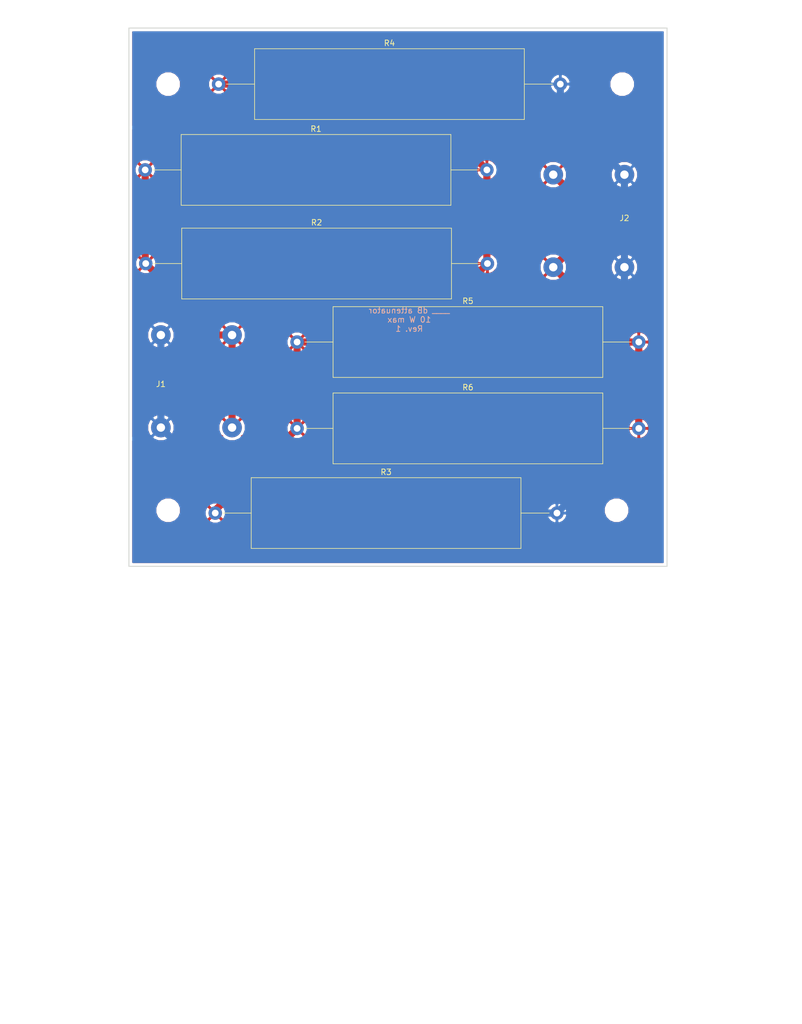
<source format=kicad_pcb>
(kicad_pcb (version 20171130) (host pcbnew 5.0.0)

  (general
    (thickness 1.6)
    (drawings 6)
    (tracks 29)
    (zones 0)
    (modules 12)
    (nets 5)
  )

  (page USLetter)
  (title_block
    (title "Project Title")
  )

  (layers
    (0 F.Cu signal)
    (31 B.Cu signal)
    (34 B.Paste user)
    (35 F.Paste user)
    (36 B.SilkS user)
    (37 F.SilkS user)
    (38 B.Mask user)
    (39 F.Mask user)
    (40 Dwgs.User user)
    (44 Edge.Cuts user)
    (46 B.CrtYd user)
    (47 F.CrtYd user)
    (48 B.Fab user)
    (49 F.Fab user)
  )

  (setup
    (last_trace_width 0.1524)
    (user_trace_width 0.1524)
    (user_trace_width 0.254)
    (user_trace_width 0.3302)
    (user_trace_width 0.508)
    (user_trace_width 0.762)
    (user_trace_width 1.27)
    (trace_clearance 0.1524)
    (zone_clearance 0.508)
    (zone_45_only no)
    (trace_min 0.1524)
    (segment_width 0.1524)
    (edge_width 0.1524)
    (via_size 0.6858)
    (via_drill 0.3302)
    (via_min_size 0.6858)
    (via_min_drill 0.3302)
    (user_via 0.6858 0.3302)
    (user_via 0.762 0.4064)
    (user_via 0.8636 0.508)
    (uvia_size 0.6858)
    (uvia_drill 0.3302)
    (uvias_allowed no)
    (uvia_min_size 0)
    (uvia_min_drill 0)
    (pcb_text_width 0.1524)
    (pcb_text_size 1.016 1.016)
    (mod_edge_width 0.1524)
    (mod_text_size 1.016 1.016)
    (mod_text_width 0.1524)
    (pad_size 1.524 1.524)
    (pad_drill 0.762)
    (pad_to_mask_clearance 0.0508)
    (solder_mask_min_width 0.1016)
    (pad_to_paste_clearance -0.0762)
    (aux_axis_origin 0 0)
    (visible_elements FFFEDF7D)
    (pcbplotparams
      (layerselection 0x310fc_ffffffff)
      (usegerberextensions true)
      (usegerberattributes false)
      (usegerberadvancedattributes false)
      (creategerberjobfile false)
      (excludeedgelayer true)
      (linewidth 0.100000)
      (plotframeref false)
      (viasonmask false)
      (mode 1)
      (useauxorigin false)
      (hpglpennumber 1)
      (hpglpenspeed 20)
      (hpglpendiameter 15.000000)
      (psnegative false)
      (psa4output false)
      (plotreference true)
      (plotvalue true)
      (plotinvisibletext false)
      (padsonsilk false)
      (subtractmaskfromsilk false)
      (outputformat 1)
      (mirror false)
      (drillshape 0)
      (scaleselection 1)
      (outputdirectory "attenuator-gerbers"))
  )

  (net 0 "")
  (net 1 GND)
  (net 2 /IN)
  (net 3 /OUT)
  (net 4 /ATTEN)

  (net_class Default "This is the default net class."
    (clearance 0.1524)
    (trace_width 0.1524)
    (via_dia 0.6858)
    (via_drill 0.3302)
    (uvia_dia 0.6858)
    (uvia_drill 0.3302)
    (add_net /ATTEN)
    (add_net /IN)
    (add_net /OUT)
    (add_net GND)
  )

  (module Mounting_Holes:MountingHole_3.2mm_M3 (layer F.Cu) (tedit 5BB0F1D1) (tstamp 5BB0FBAA)
    (at 130 101)
    (descr "Mounting Hole 3.2mm, no annular, M3")
    (tags "mounting hole 3.2mm no annular m3")
    (path /5BB0F98E)
    (attr virtual)
    (fp_text reference MH4 (at 0 -4.2) (layer F.SilkS) hide
      (effects (font (size 1 1) (thickness 0.15)))
    )
    (fp_text value MountingHole (at 0 4.2) (layer F.Fab)
      (effects (font (size 1 1) (thickness 0.15)))
    )
    (fp_text user %R (at 0.3 0) (layer F.Fab)
      (effects (font (size 1 1) (thickness 0.15)))
    )
    (fp_circle (center 0 0) (end 3.2 0) (layer Cmts.User) (width 0.15))
    (fp_circle (center 0 0) (end 3.45 0) (layer F.CrtYd) (width 0.05))
    (pad 1 np_thru_hole circle (at 0 0) (size 3.2 3.2) (drill 3.2) (layers *.Cu *.Mask))
  )

  (module Mounting_Holes:MountingHole_3.2mm_M3 (layer F.Cu) (tedit 5BB0F1D7) (tstamp 5BB0FBA2)
    (at 131 25)
    (descr "Mounting Hole 3.2mm, no annular, M3")
    (tags "mounting hole 3.2mm no annular m3")
    (path /5BB0F952)
    (attr virtual)
    (fp_text reference MH3 (at 0 -4.2) (layer F.SilkS) hide
      (effects (font (size 1 1) (thickness 0.15)))
    )
    (fp_text value MountingHole (at 0 4.2) (layer F.Fab)
      (effects (font (size 1 1) (thickness 0.15)))
    )
    (fp_circle (center 0 0) (end 3.45 0) (layer F.CrtYd) (width 0.05))
    (fp_circle (center 0 0) (end 3.2 0) (layer Cmts.User) (width 0.15))
    (fp_text user %R (at 0.3 0) (layer F.Fab)
      (effects (font (size 1 1) (thickness 0.15)))
    )
    (pad 1 np_thru_hole circle (at 0 0) (size 3.2 3.2) (drill 3.2) (layers *.Cu *.Mask))
  )

  (module Mounting_Holes:MountingHole_3.2mm_M3 (layer F.Cu) (tedit 5BB0F1DD) (tstamp 5BB0FB9A)
    (at 50 101)
    (descr "Mounting Hole 3.2mm, no annular, M3")
    (tags "mounting hole 3.2mm no annular m3")
    (path /5BB0F918)
    (attr virtual)
    (fp_text reference MH2 (at 0 -4.2) (layer F.SilkS) hide
      (effects (font (size 1 1) (thickness 0.15)))
    )
    (fp_text value MountingHole (at 0 4.2) (layer F.Fab)
      (effects (font (size 1 1) (thickness 0.15)))
    )
    (fp_text user %R (at 0.3 0) (layer F.Fab)
      (effects (font (size 1 1) (thickness 0.15)))
    )
    (fp_circle (center 0 0) (end 3.2 0) (layer Cmts.User) (width 0.15))
    (fp_circle (center 0 0) (end 3.45 0) (layer F.CrtYd) (width 0.05))
    (pad 1 np_thru_hole circle (at 0 0) (size 3.2 3.2) (drill 3.2) (layers *.Cu *.Mask))
  )

  (module Mounting_Holes:MountingHole_3.2mm_M3 (layer F.Cu) (tedit 5BB0F1E3) (tstamp 5BB0FB92)
    (at 50 25)
    (descr "Mounting Hole 3.2mm, no annular, M3")
    (tags "mounting hole 3.2mm no annular m3")
    (path /5BB0F88A)
    (attr virtual)
    (fp_text reference MH1 (at 0 -4.2) (layer F.SilkS) hide
      (effects (font (size 1 1) (thickness 0.15)))
    )
    (fp_text value MountingHole (at 0 4.2) (layer F.Fab)
      (effects (font (size 1 1) (thickness 0.15)))
    )
    (fp_circle (center 0 0) (end 3.45 0) (layer F.CrtYd) (width 0.05))
    (fp_circle (center 0 0) (end 3.2 0) (layer Cmts.User) (width 0.15))
    (fp_text user %R (at 0.3 0) (layer F.Fab)
      (effects (font (size 1 1) (thickness 0.15)))
    )
    (pad 1 np_thru_hole circle (at 0 0) (size 3.2 3.2) (drill 3.2) (layers *.Cu *.Mask))
  )

  (module Resistors_ThroughHole:R_Axial_Power_L48.0mm_W12.5mm_P60.96mm (layer F.Cu) (tedit 5874F706) (tstamp 5BB0FD3C)
    (at 73 86.4)
    (descr "Resistor, Axial_Power series, Axial, Horizontal, pin pitch=60.96mm, 15W, length*diameter=48*12.5mm^2, http://cdn-reichelt.de/documents/datenblatt/B400/5WAXIAL_9WAXIAL_11WAXIAL_17WAXIAL%23YAG.pdf")
    (tags "Resistor Axial_Power series Axial Horizontal pin pitch 60.96mm 15W length 48mm diameter 12.5mm")
    (path /5BB0DD9F)
    (fp_text reference R6 (at 30.48 -7.31) (layer F.SilkS)
      (effects (font (size 1 1) (thickness 0.15)))
    )
    (fp_text value TBD (at 30.48 7.31) (layer F.Fab)
      (effects (font (size 1 1) (thickness 0.15)))
    )
    (fp_line (start 6.48 -6.25) (end 6.48 6.25) (layer F.Fab) (width 0.1))
    (fp_line (start 6.48 6.25) (end 54.48 6.25) (layer F.Fab) (width 0.1))
    (fp_line (start 54.48 6.25) (end 54.48 -6.25) (layer F.Fab) (width 0.1))
    (fp_line (start 54.48 -6.25) (end 6.48 -6.25) (layer F.Fab) (width 0.1))
    (fp_line (start 0 0) (end 6.48 0) (layer F.Fab) (width 0.1))
    (fp_line (start 60.96 0) (end 54.48 0) (layer F.Fab) (width 0.1))
    (fp_line (start 6.42 -6.31) (end 6.42 6.31) (layer F.SilkS) (width 0.12))
    (fp_line (start 6.42 6.31) (end 54.54 6.31) (layer F.SilkS) (width 0.12))
    (fp_line (start 54.54 6.31) (end 54.54 -6.31) (layer F.SilkS) (width 0.12))
    (fp_line (start 54.54 -6.31) (end 6.42 -6.31) (layer F.SilkS) (width 0.12))
    (fp_line (start 1.38 0) (end 6.42 0) (layer F.SilkS) (width 0.12))
    (fp_line (start 59.58 0) (end 54.54 0) (layer F.SilkS) (width 0.12))
    (fp_line (start -1.45 -6.6) (end -1.45 6.6) (layer F.CrtYd) (width 0.05))
    (fp_line (start -1.45 6.6) (end 62.45 6.6) (layer F.CrtYd) (width 0.05))
    (fp_line (start 62.45 6.6) (end 62.45 -6.6) (layer F.CrtYd) (width 0.05))
    (fp_line (start 62.45 -6.6) (end -1.45 -6.6) (layer F.CrtYd) (width 0.05))
    (pad 1 thru_hole circle (at 0 0) (size 2.4 2.4) (drill 1.2) (layers *.Cu *.Mask)
      (net 4 /ATTEN))
    (pad 2 thru_hole oval (at 60.96 0) (size 2.4 2.4) (drill 1.2) (layers *.Cu *.Mask)
      (net 3 /OUT))
    (model ${KISYS3DMOD}/Resistors_THT.3dshapes/R_Axial_Power_L48.0mm_W12.5mm_P60.96mm.wrl
      (at (xyz 0 0 0))
      (scale (xyz 0.393701 0.393701 0.393701))
      (rotate (xyz 0 0 0))
    )
  )

  (module Resistors_ThroughHole:R_Axial_Power_L48.0mm_W12.5mm_P60.96mm (layer F.Cu) (tedit 5874F706) (tstamp 5BB0EFA4)
    (at 73 71)
    (descr "Resistor, Axial_Power series, Axial, Horizontal, pin pitch=60.96mm, 15W, length*diameter=48*12.5mm^2, http://cdn-reichelt.de/documents/datenblatt/B400/5WAXIAL_9WAXIAL_11WAXIAL_17WAXIAL%23YAG.pdf")
    (tags "Resistor Axial_Power series Axial Horizontal pin pitch 60.96mm 15W length 48mm diameter 12.5mm")
    (path /5BB0DF35)
    (fp_text reference R5 (at 30.48 -7.31) (layer F.SilkS)
      (effects (font (size 1 1) (thickness 0.15)))
    )
    (fp_text value TBD (at 30.48 7.31) (layer F.Fab)
      (effects (font (size 1 1) (thickness 0.15)))
    )
    (fp_line (start 62.45 -6.6) (end -1.45 -6.6) (layer F.CrtYd) (width 0.05))
    (fp_line (start 62.45 6.6) (end 62.45 -6.6) (layer F.CrtYd) (width 0.05))
    (fp_line (start -1.45 6.6) (end 62.45 6.6) (layer F.CrtYd) (width 0.05))
    (fp_line (start -1.45 -6.6) (end -1.45 6.6) (layer F.CrtYd) (width 0.05))
    (fp_line (start 59.58 0) (end 54.54 0) (layer F.SilkS) (width 0.12))
    (fp_line (start 1.38 0) (end 6.42 0) (layer F.SilkS) (width 0.12))
    (fp_line (start 54.54 -6.31) (end 6.42 -6.31) (layer F.SilkS) (width 0.12))
    (fp_line (start 54.54 6.31) (end 54.54 -6.31) (layer F.SilkS) (width 0.12))
    (fp_line (start 6.42 6.31) (end 54.54 6.31) (layer F.SilkS) (width 0.12))
    (fp_line (start 6.42 -6.31) (end 6.42 6.31) (layer F.SilkS) (width 0.12))
    (fp_line (start 60.96 0) (end 54.48 0) (layer F.Fab) (width 0.1))
    (fp_line (start 0 0) (end 6.48 0) (layer F.Fab) (width 0.1))
    (fp_line (start 54.48 -6.25) (end 6.48 -6.25) (layer F.Fab) (width 0.1))
    (fp_line (start 54.48 6.25) (end 54.48 -6.25) (layer F.Fab) (width 0.1))
    (fp_line (start 6.48 6.25) (end 54.48 6.25) (layer F.Fab) (width 0.1))
    (fp_line (start 6.48 -6.25) (end 6.48 6.25) (layer F.Fab) (width 0.1))
    (pad 2 thru_hole oval (at 60.96 0) (size 2.4 2.4) (drill 1.2) (layers *.Cu *.Mask)
      (net 3 /OUT))
    (pad 1 thru_hole circle (at 0 0) (size 2.4 2.4) (drill 1.2) (layers *.Cu *.Mask)
      (net 4 /ATTEN))
    (model ${KISYS3DMOD}/Resistors_THT.3dshapes/R_Axial_Power_L48.0mm_W12.5mm_P60.96mm.wrl
      (at (xyz 0 0 0))
      (scale (xyz 0.393701 0.393701 0.393701))
      (rotate (xyz 0 0 0))
    )
  )

  (module Resistors_ThroughHole:R_Axial_Power_L48.0mm_W12.5mm_P60.96mm (layer F.Cu) (tedit 5874F706) (tstamp 5BB0EF8E)
    (at 59 25)
    (descr "Resistor, Axial_Power series, Axial, Horizontal, pin pitch=60.96mm, 15W, length*diameter=48*12.5mm^2, http://cdn-reichelt.de/documents/datenblatt/B400/5WAXIAL_9WAXIAL_11WAXIAL_17WAXIAL%23YAG.pdf")
    (tags "Resistor Axial_Power series Axial Horizontal pin pitch 60.96mm 15W length 48mm diameter 12.5mm")
    (path /5BB0DE02)
    (fp_text reference R4 (at 30.48 -7.31) (layer F.SilkS)
      (effects (font (size 1 1) (thickness 0.15)))
    )
    (fp_text value TBD (at 30.48 7.31) (layer F.Fab)
      (effects (font (size 1 1) (thickness 0.15)))
    )
    (fp_line (start 6.48 -6.25) (end 6.48 6.25) (layer F.Fab) (width 0.1))
    (fp_line (start 6.48 6.25) (end 54.48 6.25) (layer F.Fab) (width 0.1))
    (fp_line (start 54.48 6.25) (end 54.48 -6.25) (layer F.Fab) (width 0.1))
    (fp_line (start 54.48 -6.25) (end 6.48 -6.25) (layer F.Fab) (width 0.1))
    (fp_line (start 0 0) (end 6.48 0) (layer F.Fab) (width 0.1))
    (fp_line (start 60.96 0) (end 54.48 0) (layer F.Fab) (width 0.1))
    (fp_line (start 6.42 -6.31) (end 6.42 6.31) (layer F.SilkS) (width 0.12))
    (fp_line (start 6.42 6.31) (end 54.54 6.31) (layer F.SilkS) (width 0.12))
    (fp_line (start 54.54 6.31) (end 54.54 -6.31) (layer F.SilkS) (width 0.12))
    (fp_line (start 54.54 -6.31) (end 6.42 -6.31) (layer F.SilkS) (width 0.12))
    (fp_line (start 1.38 0) (end 6.42 0) (layer F.SilkS) (width 0.12))
    (fp_line (start 59.58 0) (end 54.54 0) (layer F.SilkS) (width 0.12))
    (fp_line (start -1.45 -6.6) (end -1.45 6.6) (layer F.CrtYd) (width 0.05))
    (fp_line (start -1.45 6.6) (end 62.45 6.6) (layer F.CrtYd) (width 0.05))
    (fp_line (start 62.45 6.6) (end 62.45 -6.6) (layer F.CrtYd) (width 0.05))
    (fp_line (start 62.45 -6.6) (end -1.45 -6.6) (layer F.CrtYd) (width 0.05))
    (pad 1 thru_hole circle (at 0 0) (size 2.4 2.4) (drill 1.2) (layers *.Cu *.Mask)
      (net 4 /ATTEN))
    (pad 2 thru_hole oval (at 60.96 0) (size 2.4 2.4) (drill 1.2) (layers *.Cu *.Mask)
      (net 1 GND))
    (model ${KISYS3DMOD}/Resistors_THT.3dshapes/R_Axial_Power_L48.0mm_W12.5mm_P60.96mm.wrl
      (at (xyz 0 0 0))
      (scale (xyz 0.393701 0.393701 0.393701))
      (rotate (xyz 0 0 0))
    )
  )

  (module Resistors_ThroughHole:R_Axial_Power_L48.0mm_W12.5mm_P60.96mm (layer F.Cu) (tedit 5874F706) (tstamp 5BB0EF78)
    (at 58.4 101.5)
    (descr "Resistor, Axial_Power series, Axial, Horizontal, pin pitch=60.96mm, 15W, length*diameter=48*12.5mm^2, http://cdn-reichelt.de/documents/datenblatt/B400/5WAXIAL_9WAXIAL_11WAXIAL_17WAXIAL%23YAG.pdf")
    (tags "Resistor Axial_Power series Axial Horizontal pin pitch 60.96mm 15W length 48mm diameter 12.5mm")
    (path /5BB0DDD3)
    (fp_text reference R3 (at 30.48 -7.31) (layer F.SilkS)
      (effects (font (size 1 1) (thickness 0.15)))
    )
    (fp_text value TBD (at 30.48 7.31) (layer F.Fab)
      (effects (font (size 1 1) (thickness 0.15)))
    )
    (fp_line (start 62.45 -6.6) (end -1.45 -6.6) (layer F.CrtYd) (width 0.05))
    (fp_line (start 62.45 6.6) (end 62.45 -6.6) (layer F.CrtYd) (width 0.05))
    (fp_line (start -1.45 6.6) (end 62.45 6.6) (layer F.CrtYd) (width 0.05))
    (fp_line (start -1.45 -6.6) (end -1.45 6.6) (layer F.CrtYd) (width 0.05))
    (fp_line (start 59.58 0) (end 54.54 0) (layer F.SilkS) (width 0.12))
    (fp_line (start 1.38 0) (end 6.42 0) (layer F.SilkS) (width 0.12))
    (fp_line (start 54.54 -6.31) (end 6.42 -6.31) (layer F.SilkS) (width 0.12))
    (fp_line (start 54.54 6.31) (end 54.54 -6.31) (layer F.SilkS) (width 0.12))
    (fp_line (start 6.42 6.31) (end 54.54 6.31) (layer F.SilkS) (width 0.12))
    (fp_line (start 6.42 -6.31) (end 6.42 6.31) (layer F.SilkS) (width 0.12))
    (fp_line (start 60.96 0) (end 54.48 0) (layer F.Fab) (width 0.1))
    (fp_line (start 0 0) (end 6.48 0) (layer F.Fab) (width 0.1))
    (fp_line (start 54.48 -6.25) (end 6.48 -6.25) (layer F.Fab) (width 0.1))
    (fp_line (start 54.48 6.25) (end 54.48 -6.25) (layer F.Fab) (width 0.1))
    (fp_line (start 6.48 6.25) (end 54.48 6.25) (layer F.Fab) (width 0.1))
    (fp_line (start 6.48 -6.25) (end 6.48 6.25) (layer F.Fab) (width 0.1))
    (pad 2 thru_hole oval (at 60.96 0) (size 2.4 2.4) (drill 1.2) (layers *.Cu *.Mask)
      (net 1 GND))
    (pad 1 thru_hole circle (at 0 0) (size 2.4 2.4) (drill 1.2) (layers *.Cu *.Mask)
      (net 4 /ATTEN))
    (model ${KISYS3DMOD}/Resistors_THT.3dshapes/R_Axial_Power_L48.0mm_W12.5mm_P60.96mm.wrl
      (at (xyz 0 0 0))
      (scale (xyz 0.393701 0.393701 0.393701))
      (rotate (xyz 0 0 0))
    )
  )

  (module Resistors_ThroughHole:R_Axial_Power_L48.0mm_W12.5mm_P60.96mm (layer F.Cu) (tedit 5874F706) (tstamp 5BB0EF62)
    (at 46 57)
    (descr "Resistor, Axial_Power series, Axial, Horizontal, pin pitch=60.96mm, 15W, length*diameter=48*12.5mm^2, http://cdn-reichelt.de/documents/datenblatt/B400/5WAXIAL_9WAXIAL_11WAXIAL_17WAXIAL%23YAG.pdf")
    (tags "Resistor Axial_Power series Axial Horizontal pin pitch 60.96mm 15W length 48mm diameter 12.5mm")
    (path /5BB0D85D)
    (fp_text reference R2 (at 30.48 -7.31) (layer F.SilkS)
      (effects (font (size 1 1) (thickness 0.15)))
    )
    (fp_text value TBD (at 30.48 7.31) (layer F.Fab)
      (effects (font (size 1 1) (thickness 0.15)))
    )
    (fp_line (start 6.48 -6.25) (end 6.48 6.25) (layer F.Fab) (width 0.1))
    (fp_line (start 6.48 6.25) (end 54.48 6.25) (layer F.Fab) (width 0.1))
    (fp_line (start 54.48 6.25) (end 54.48 -6.25) (layer F.Fab) (width 0.1))
    (fp_line (start 54.48 -6.25) (end 6.48 -6.25) (layer F.Fab) (width 0.1))
    (fp_line (start 0 0) (end 6.48 0) (layer F.Fab) (width 0.1))
    (fp_line (start 60.96 0) (end 54.48 0) (layer F.Fab) (width 0.1))
    (fp_line (start 6.42 -6.31) (end 6.42 6.31) (layer F.SilkS) (width 0.12))
    (fp_line (start 6.42 6.31) (end 54.54 6.31) (layer F.SilkS) (width 0.12))
    (fp_line (start 54.54 6.31) (end 54.54 -6.31) (layer F.SilkS) (width 0.12))
    (fp_line (start 54.54 -6.31) (end 6.42 -6.31) (layer F.SilkS) (width 0.12))
    (fp_line (start 1.38 0) (end 6.42 0) (layer F.SilkS) (width 0.12))
    (fp_line (start 59.58 0) (end 54.54 0) (layer F.SilkS) (width 0.12))
    (fp_line (start -1.45 -6.6) (end -1.45 6.6) (layer F.CrtYd) (width 0.05))
    (fp_line (start -1.45 6.6) (end 62.45 6.6) (layer F.CrtYd) (width 0.05))
    (fp_line (start 62.45 6.6) (end 62.45 -6.6) (layer F.CrtYd) (width 0.05))
    (fp_line (start 62.45 -6.6) (end -1.45 -6.6) (layer F.CrtYd) (width 0.05))
    (pad 1 thru_hole circle (at 0 0) (size 2.4 2.4) (drill 1.2) (layers *.Cu *.Mask)
      (net 2 /IN))
    (pad 2 thru_hole oval (at 60.96 0) (size 2.4 2.4) (drill 1.2) (layers *.Cu *.Mask)
      (net 4 /ATTEN))
    (model ${KISYS3DMOD}/Resistors_THT.3dshapes/R_Axial_Power_L48.0mm_W12.5mm_P60.96mm.wrl
      (at (xyz 0 0 0))
      (scale (xyz 0.393701 0.393701 0.393701))
      (rotate (xyz 0 0 0))
    )
  )

  (module Resistors_ThroughHole:R_Axial_Power_L48.0mm_W12.5mm_P60.96mm (layer F.Cu) (tedit 5874F706) (tstamp 5BB0EF4C)
    (at 45.9 40.3)
    (descr "Resistor, Axial_Power series, Axial, Horizontal, pin pitch=60.96mm, 15W, length*diameter=48*12.5mm^2, http://cdn-reichelt.de/documents/datenblatt/B400/5WAXIAL_9WAXIAL_11WAXIAL_17WAXIAL%23YAG.pdf")
    (tags "Resistor Axial_Power series Axial Horizontal pin pitch 60.96mm 15W length 48mm diameter 12.5mm")
    (path /5BB0DE6A)
    (fp_text reference R1 (at 30.48 -7.31) (layer F.SilkS)
      (effects (font (size 1 1) (thickness 0.15)))
    )
    (fp_text value TBD (at 30.48 7.31) (layer F.Fab)
      (effects (font (size 1 1) (thickness 0.15)))
    )
    (fp_line (start 62.45 -6.6) (end -1.45 -6.6) (layer F.CrtYd) (width 0.05))
    (fp_line (start 62.45 6.6) (end 62.45 -6.6) (layer F.CrtYd) (width 0.05))
    (fp_line (start -1.45 6.6) (end 62.45 6.6) (layer F.CrtYd) (width 0.05))
    (fp_line (start -1.45 -6.6) (end -1.45 6.6) (layer F.CrtYd) (width 0.05))
    (fp_line (start 59.58 0) (end 54.54 0) (layer F.SilkS) (width 0.12))
    (fp_line (start 1.38 0) (end 6.42 0) (layer F.SilkS) (width 0.12))
    (fp_line (start 54.54 -6.31) (end 6.42 -6.31) (layer F.SilkS) (width 0.12))
    (fp_line (start 54.54 6.31) (end 54.54 -6.31) (layer F.SilkS) (width 0.12))
    (fp_line (start 6.42 6.31) (end 54.54 6.31) (layer F.SilkS) (width 0.12))
    (fp_line (start 6.42 -6.31) (end 6.42 6.31) (layer F.SilkS) (width 0.12))
    (fp_line (start 60.96 0) (end 54.48 0) (layer F.Fab) (width 0.1))
    (fp_line (start 0 0) (end 6.48 0) (layer F.Fab) (width 0.1))
    (fp_line (start 54.48 -6.25) (end 6.48 -6.25) (layer F.Fab) (width 0.1))
    (fp_line (start 54.48 6.25) (end 54.48 -6.25) (layer F.Fab) (width 0.1))
    (fp_line (start 6.48 6.25) (end 54.48 6.25) (layer F.Fab) (width 0.1))
    (fp_line (start 6.48 -6.25) (end 6.48 6.25) (layer F.Fab) (width 0.1))
    (pad 2 thru_hole oval (at 60.96 0) (size 2.4 2.4) (drill 1.2) (layers *.Cu *.Mask)
      (net 4 /ATTEN))
    (pad 1 thru_hole circle (at 0 0) (size 2.4 2.4) (drill 1.2) (layers *.Cu *.Mask)
      (net 2 /IN))
    (model ${KISYS3DMOD}/Resistors_THT.3dshapes/R_Axial_Power_L48.0mm_W12.5mm_P60.96mm.wrl
      (at (xyz 0 0 0))
      (scale (xyz 0.393701 0.393701 0.393701))
      (rotate (xyz 0 0 0))
    )
  )

  (module attenuator:NYS2162-U (layer F.Cu) (tedit 5BB0E9AC) (tstamp 5BB0EF36)
    (at 131.4 49.4 180)
    (path /5BB0F0FF)
    (fp_text reference J2 (at 0 0.5 180) (layer F.SilkS)
      (effects (font (size 1 1) (thickness 0.15)))
    )
    (fp_text value AudioJack2_Ground (at 0 -0.5 180) (layer F.Fab)
      (effects (font (size 1 1) (thickness 0.15)))
    )
    (fp_line (start -4 -10) (end -4 10) (layer F.Fab) (width 0.15))
    (fp_line (start -4.2 -10.2) (end 20.7 -10.2) (layer F.CrtYd) (width 0.15))
    (fp_line (start 20.7 -10.2) (end 20.7 10.2) (layer F.CrtYd) (width 0.15))
    (fp_line (start 20.7 10.2) (end -4.2 10.2) (layer F.CrtYd) (width 0.15))
    (fp_line (start -4.2 10.2) (end -4.2 -10.2) (layer F.CrtYd) (width 0.15))
    (fp_line (start -4 -8.3) (end -12.5 -8.3) (layer F.Fab) (width 0.15))
    (fp_line (start -12.5 -8.3) (end -12.5 8.3) (layer F.Fab) (width 0.15))
    (fp_line (start -12.5 8.3) (end -4 8.3) (layer F.Fab) (width 0.15))
    (fp_line (start -4 10) (end 20.5 10) (layer F.Fab) (width 0.15))
    (fp_line (start 20.5 10) (end 20.5 -10) (layer F.Fab) (width 0.15))
    (fp_line (start 20.5 -10) (end -4 -10) (layer F.Fab) (width 0.15))
    (pad T thru_hole circle (at 12.7 8.25 180) (size 3.5 3.5) (drill 1.5) (layers *.Cu *.Mask)
      (net 3 /OUT))
    (pad T thru_hole circle (at 12.7 -8.25 180) (size 3.5 3.5) (drill 1.5) (layers *.Cu *.Mask)
      (net 3 /OUT))
    (pad S thru_hole circle (at 0 -8.25 180) (size 3.5 3.5) (drill 1.5) (layers *.Cu *.Mask)
      (net 1 GND))
    (pad S thru_hole circle (at 0 8.25 180) (size 3.5 3.5) (drill 1.5) (layers *.Cu *.Mask)
      (net 1 GND))
  )

  (module attenuator:NYS2162-U (layer F.Cu) (tedit 5BB0E9AC) (tstamp 5BB0EF23)
    (at 48.7 78)
    (path /5BB0EAA3)
    (fp_text reference J1 (at 0 0.5) (layer F.SilkS)
      (effects (font (size 1 1) (thickness 0.15)))
    )
    (fp_text value AudioJack2_Ground (at 0 -0.5) (layer F.Fab)
      (effects (font (size 1 1) (thickness 0.15)))
    )
    (fp_line (start 20.5 -10) (end -4 -10) (layer F.Fab) (width 0.15))
    (fp_line (start 20.5 10) (end 20.5 -10) (layer F.Fab) (width 0.15))
    (fp_line (start -4 10) (end 20.5 10) (layer F.Fab) (width 0.15))
    (fp_line (start -12.5 8.3) (end -4 8.3) (layer F.Fab) (width 0.15))
    (fp_line (start -12.5 -8.3) (end -12.5 8.3) (layer F.Fab) (width 0.15))
    (fp_line (start -4 -8.3) (end -12.5 -8.3) (layer F.Fab) (width 0.15))
    (fp_line (start -4.2 10.2) (end -4.2 -10.2) (layer F.CrtYd) (width 0.15))
    (fp_line (start 20.7 10.2) (end -4.2 10.2) (layer F.CrtYd) (width 0.15))
    (fp_line (start 20.7 -10.2) (end 20.7 10.2) (layer F.CrtYd) (width 0.15))
    (fp_line (start -4.2 -10.2) (end 20.7 -10.2) (layer F.CrtYd) (width 0.15))
    (fp_line (start -4 -10) (end -4 10) (layer F.Fab) (width 0.15))
    (pad S thru_hole circle (at 0 8.25) (size 3.5 3.5) (drill 1.5) (layers *.Cu *.Mask)
      (net 1 GND))
    (pad S thru_hole circle (at 0 -8.25) (size 3.5 3.5) (drill 1.5) (layers *.Cu *.Mask)
      (net 1 GND))
    (pad T thru_hole circle (at 12.7 -8.25) (size 3.5 3.5) (drill 1.5) (layers *.Cu *.Mask)
      (net 2 /IN))
    (pad T thru_hole circle (at 12.7 8.25) (size 3.5 3.5) (drill 1.5) (layers *.Cu *.Mask)
      (net 2 /IN))
  )

  (gr_text "____ dB attenuator\n10 W max\nRev. 1" (at 93 67) (layer B.SilkS)
    (effects (font (size 1.016 1.016) (thickness 0.1524)) (justify mirror))
  )
  (gr_line (start 43 111) (end 43 15) (layer Edge.Cuts) (width 0.1524))
  (gr_line (start 139 111) (end 43 111) (layer Edge.Cuts) (width 0.1524))
  (gr_line (start 139 15) (end 139 111) (layer Edge.Cuts) (width 0.1524))
  (gr_line (start 43 15) (end 139 15) (layer Edge.Cuts) (width 0.1524))
  (gr_text "FABRICATION NOTES\n\n1. THIS IS A 2 LAYER BOARD. \n2. EXTERNAL LAYERS SHALL HAVE 1 OZ COPPER.\n3. MATERIAL: FR4 AND 0.062 INCH +/- 10% THICK.\n4. MANUFACTURE IN ACCORDANCE WITH IPC-6012 CLASS 2\n5. ROHS COMPLIANCE IS NOT REQUIRED.\n6. MASK: BOTH SIDES OF THE BOARD SHALL HAVE \n   SOLDER MASK (ANY COLOR) OVER BARE COPPER. \n7. SILK: BOTH SIDES OF THE BOARD SHALL HAVE \n   WHITE SILKSCREEN. DO NOT PLACE SILK OVER BARE COPPER.\n8. FINISH: HASL/ENIG.\n9. MINIMUM TRACE WIDTH - 0.006 INCH.\n   MINIMUM SPACE - 0.006 INCH.\n   MINIMUM HOLE DIA - 0.013 INCH. \n10. MAX HOLE PLACEMENT TOLERANCE OF +/- 0.003 INCH.\n11. MAX HOLE DIAMETER TOLERANCE OF +/- 0.003 INCH AFTER PLATING." (at 20 158) (layer Dwgs.User)
    (effects (font (size 2.54 2.54) (thickness 0.254)) (justify left))
  )

  (segment (start 48.7 69.75) (end 48.7 86.25) (width 1.27) (layer B.Cu) (net 1))
  (segment (start 63.95 101.5) (end 119.36 101.5) (width 1.27) (layer B.Cu) (net 1))
  (segment (start 48.7 86.25) (end 63.95 101.5) (width 1.27) (layer B.Cu) (net 1))
  (segment (start 131.4 55.175127) (end 131.4 41.15) (width 1.27) (layer B.Cu) (net 1))
  (segment (start 131.4 57.65) (end 131.4 55.175127) (width 1.27) (layer B.Cu) (net 1))
  (segment (start 131.4 89.46) (end 119.36 101.5) (width 1.27) (layer B.Cu) (net 1))
  (segment (start 131.4 57.65) (end 131.4 89.46) (width 1.27) (layer B.Cu) (net 1))
  (segment (start 119.96 29.71) (end 131.4 41.15) (width 1.27) (layer B.Cu) (net 1))
  (segment (start 119.96 25) (end 119.96 29.71) (width 1.27) (layer B.Cu) (net 1))
  (segment (start 45.9 56.9) (end 46 57) (width 1.27) (layer F.Cu) (net 2))
  (segment (start 45.9 40.3) (end 45.9 56.9) (width 1.27) (layer F.Cu) (net 2))
  (segment (start 58.75 69.75) (end 61.4 69.75) (width 1.27) (layer F.Cu) (net 2))
  (segment (start 46 57) (end 58.75 69.75) (width 1.27) (layer F.Cu) (net 2))
  (segment (start 61.4 69.75) (end 61.4 86.25) (width 1.27) (layer F.Cu) (net 2))
  (segment (start 133.96 86.4) (end 133.96 71) (width 1.27) (layer F.Cu) (net 3))
  (segment (start 132.05 71) (end 118.7 57.65) (width 1.27) (layer F.Cu) (net 3))
  (segment (start 133.96 71) (end 132.05 71) (width 1.27) (layer F.Cu) (net 3))
  (segment (start 120.449999 42.899999) (end 118.7 41.15) (width 1.27) (layer F.Cu) (net 3))
  (segment (start 120.449999 55.900001) (end 120.449999 42.899999) (width 1.27) (layer F.Cu) (net 3))
  (segment (start 118.7 57.65) (end 120.449999 55.900001) (width 1.27) (layer F.Cu) (net 3))
  (segment (start 92.96 71) (end 106.96 57) (width 1.27) (layer F.Cu) (net 4))
  (segment (start 73 71) (end 92.96 71) (width 1.27) (layer F.Cu) (net 4))
  (segment (start 73 71) (end 73 86.4) (width 1.27) (layer F.Cu) (net 4))
  (segment (start 58.4 101) (end 58.4 101.5) (width 1.27) (layer F.Cu) (net 4))
  (segment (start 73 86.4) (end 58.4 101) (width 1.27) (layer F.Cu) (net 4))
  (segment (start 106.86 56.9) (end 106.96 57) (width 1.27) (layer F.Cu) (net 4))
  (segment (start 106.86 40.3) (end 106.86 56.9) (width 1.27) (layer F.Cu) (net 4))
  (segment (start 91.56 25) (end 106.86 40.3) (width 1.27) (layer F.Cu) (net 4))
  (segment (start 59 25) (end 91.56 25) (width 1.27) (layer F.Cu) (net 4))

  (zone (net 3) (net_name /OUT) (layer F.Cu) (tstamp 5BB1038A) (hatch edge 0.508)
    (priority 1)
    (connect_pads (clearance 0.508))
    (min_thickness 0.254)
    (fill yes (arc_segments 16) (thermal_gap 0.508) (thermal_bridge_width 0.508))
    (polygon
      (pts
        (xy 109 37) (xy 141 37) (xy 141 94) (xy 109 94)
      )
    )
    (filled_polygon
      (pts
        (xy 138.288801 93.873) (xy 109.127 93.873) (xy 109.127 86.811805) (xy 132.171805 86.811805) (xy 132.404358 87.373258)
        (xy 132.895224 87.894492) (xy 133.548193 88.188203) (xy 133.833 88.071858) (xy 133.833 86.527) (xy 134.087 86.527)
        (xy 134.087 88.071858) (xy 134.371807 88.188203) (xy 135.024776 87.894492) (xy 135.515642 87.373258) (xy 135.748195 86.811805)
        (xy 135.631432 86.527) (xy 134.087 86.527) (xy 133.833 86.527) (xy 132.288568 86.527) (xy 132.171805 86.811805)
        (xy 109.127 86.811805) (xy 109.127 85.988195) (xy 132.171805 85.988195) (xy 132.288568 86.273) (xy 133.833 86.273)
        (xy 133.833 84.728142) (xy 134.087 84.728142) (xy 134.087 86.273) (xy 135.631432 86.273) (xy 135.748195 85.988195)
        (xy 135.515642 85.426742) (xy 135.024776 84.905508) (xy 134.371807 84.611797) (xy 134.087 84.728142) (xy 133.833 84.728142)
        (xy 133.548193 84.611797) (xy 132.895224 84.905508) (xy 132.404358 85.426742) (xy 132.171805 85.988195) (xy 109.127 85.988195)
        (xy 109.127 71.411805) (xy 132.171805 71.411805) (xy 132.404358 71.973258) (xy 132.895224 72.494492) (xy 133.548193 72.788203)
        (xy 133.833 72.671858) (xy 133.833 71.127) (xy 134.087 71.127) (xy 134.087 72.671858) (xy 134.371807 72.788203)
        (xy 135.024776 72.494492) (xy 135.515642 71.973258) (xy 135.748195 71.411805) (xy 135.631432 71.127) (xy 134.087 71.127)
        (xy 133.833 71.127) (xy 132.288568 71.127) (xy 132.171805 71.411805) (xy 109.127 71.411805) (xy 109.127 70.588195)
        (xy 132.171805 70.588195) (xy 132.288568 70.873) (xy 133.833 70.873) (xy 133.833 69.328142) (xy 134.087 69.328142)
        (xy 134.087 70.873) (xy 135.631432 70.873) (xy 135.748195 70.588195) (xy 135.515642 70.026742) (xy 135.024776 69.505508)
        (xy 134.371807 69.211797) (xy 134.087 69.328142) (xy 133.833 69.328142) (xy 133.548193 69.211797) (xy 132.895224 69.505508)
        (xy 132.404358 70.026742) (xy 132.171805 70.588195) (xy 109.127 70.588195) (xy 109.127 59.344528) (xy 117.185077 59.344528)
        (xy 117.375364 59.689271) (xy 118.256591 60.040956) (xy 119.205323 60.028641) (xy 120.024636 59.689271) (xy 120.214923 59.344528)
        (xy 118.7 57.829605) (xy 117.185077 59.344528) (xy 109.127 59.344528) (xy 109.127 57.206591) (xy 116.309044 57.206591)
        (xy 116.321359 58.155323) (xy 116.660729 58.974636) (xy 117.005472 59.164923) (xy 118.520395 57.65) (xy 118.879605 57.65)
        (xy 120.394528 59.164923) (xy 120.739271 58.974636) (xy 121.090956 58.093409) (xy 121.079043 57.175594) (xy 129.015 57.175594)
        (xy 129.015 58.124406) (xy 129.378095 59.000994) (xy 130.049006 59.671905) (xy 130.925594 60.035) (xy 131.874406 60.035)
        (xy 132.750994 59.671905) (xy 133.421905 59.000994) (xy 133.785 58.124406) (xy 133.785 57.175594) (xy 133.421905 56.299006)
        (xy 132.750994 55.628095) (xy 131.874406 55.265) (xy 130.925594 55.265) (xy 130.049006 55.628095) (xy 129.378095 56.299006)
        (xy 129.015 57.175594) (xy 121.079043 57.175594) (xy 121.078641 57.144677) (xy 120.739271 56.325364) (xy 120.394528 56.135077)
        (xy 118.879605 57.65) (xy 118.520395 57.65) (xy 117.005472 56.135077) (xy 116.660729 56.325364) (xy 116.309044 57.206591)
        (xy 109.127 57.206591) (xy 109.127 55.955472) (xy 117.185077 55.955472) (xy 118.7 57.470395) (xy 120.214923 55.955472)
        (xy 120.024636 55.610729) (xy 119.143409 55.259044) (xy 118.194677 55.271359) (xy 117.375364 55.610729) (xy 117.185077 55.955472)
        (xy 109.127 55.955472) (xy 109.127 42.844528) (xy 117.185077 42.844528) (xy 117.375364 43.189271) (xy 118.256591 43.540956)
        (xy 119.205323 43.528641) (xy 120.024636 43.189271) (xy 120.214923 42.844528) (xy 118.7 41.329605) (xy 117.185077 42.844528)
        (xy 109.127 42.844528) (xy 109.127 40.706591) (xy 116.309044 40.706591) (xy 116.321359 41.655323) (xy 116.660729 42.474636)
        (xy 117.005472 42.664923) (xy 118.520395 41.15) (xy 118.879605 41.15) (xy 120.394528 42.664923) (xy 120.739271 42.474636)
        (xy 121.090956 41.593409) (xy 121.079043 40.675594) (xy 129.015 40.675594) (xy 129.015 41.624406) (xy 129.378095 42.500994)
        (xy 130.049006 43.171905) (xy 130.925594 43.535) (xy 131.874406 43.535) (xy 132.750994 43.171905) (xy 133.421905 42.500994)
        (xy 133.785 41.624406) (xy 133.785 40.675594) (xy 133.421905 39.799006) (xy 132.750994 39.128095) (xy 131.874406 38.765)
        (xy 130.925594 38.765) (xy 130.049006 39.128095) (xy 129.378095 39.799006) (xy 129.015 40.675594) (xy 121.079043 40.675594)
        (xy 121.078641 40.644677) (xy 120.739271 39.825364) (xy 120.394528 39.635077) (xy 118.879605 41.15) (xy 118.520395 41.15)
        (xy 117.005472 39.635077) (xy 116.660729 39.825364) (xy 116.309044 40.706591) (xy 109.127 40.706591) (xy 109.127 39.455472)
        (xy 117.185077 39.455472) (xy 118.7 40.970395) (xy 120.214923 39.455472) (xy 120.024636 39.110729) (xy 119.143409 38.759044)
        (xy 118.194677 38.771359) (xy 117.375364 39.110729) (xy 117.185077 39.455472) (xy 109.127 39.455472) (xy 109.127 37.127)
        (xy 138.2888 37.127)
      )
    )
  )
  (zone (net 2) (net_name /IN) (layer F.Cu) (tstamp 5BB10387) (hatch edge 0.508)
    (priority 1)
    (connect_pads (clearance 0.508))
    (min_thickness 0.254)
    (fill yes (arc_segments 16) (thermal_gap 0.508) (thermal_bridge_width 0.508))
    (polygon
      (pts
        (xy 42 33) (xy 69 33) (xy 69 88) (xy 41 88)
      )
    )
    (filled_polygon
      (pts
        (xy 68.873 87.873) (xy 63.202608 87.873) (xy 63.09453 87.764922) (xy 63.439271 87.574636) (xy 63.790956 86.693409)
        (xy 63.778641 85.744677) (xy 63.439271 84.925364) (xy 63.094528 84.735077) (xy 61.579605 86.25) (xy 61.593748 86.264143)
        (xy 61.414143 86.443748) (xy 61.4 86.429605) (xy 61.385858 86.443748) (xy 61.206253 86.264143) (xy 61.220395 86.25)
        (xy 59.705472 84.735077) (xy 59.360729 84.925364) (xy 59.009044 85.806591) (xy 59.021359 86.755323) (xy 59.360729 87.574636)
        (xy 59.70547 87.764922) (xy 59.597392 87.873) (xy 50.449899 87.873) (xy 50.721905 87.600994) (xy 51.085 86.724406)
        (xy 51.085 85.775594) (xy 50.721905 84.899006) (xy 50.378371 84.555472) (xy 59.885077 84.555472) (xy 61.4 86.070395)
        (xy 62.914923 84.555472) (xy 62.724636 84.210729) (xy 61.843409 83.859044) (xy 60.894677 83.871359) (xy 60.075364 84.210729)
        (xy 59.885077 84.555472) (xy 50.378371 84.555472) (xy 50.050994 84.228095) (xy 49.174406 83.865) (xy 48.225594 83.865)
        (xy 47.349006 84.228095) (xy 46.678095 84.899006) (xy 46.315 85.775594) (xy 46.315 86.724406) (xy 46.678095 87.600994)
        (xy 46.950101 87.873) (xy 43.7112 87.873) (xy 43.7112 69.275594) (xy 46.315 69.275594) (xy 46.315 70.224406)
        (xy 46.678095 71.100994) (xy 47.349006 71.771905) (xy 48.225594 72.135) (xy 49.174406 72.135) (xy 50.050994 71.771905)
        (xy 50.378371 71.444528) (xy 59.885077 71.444528) (xy 60.075364 71.789271) (xy 60.956591 72.140956) (xy 61.905323 72.128641)
        (xy 62.724636 71.789271) (xy 62.914923 71.444528) (xy 61.4 69.929605) (xy 59.885077 71.444528) (xy 50.378371 71.444528)
        (xy 50.721905 71.100994) (xy 51.085 70.224406) (xy 51.085 69.306591) (xy 59.009044 69.306591) (xy 59.021359 70.255323)
        (xy 59.360729 71.074636) (xy 59.705472 71.264923) (xy 61.220395 69.75) (xy 61.579605 69.75) (xy 63.094528 71.264923)
        (xy 63.439271 71.074636) (xy 63.790956 70.193409) (xy 63.778641 69.244677) (xy 63.439271 68.425364) (xy 63.094528 68.235077)
        (xy 61.579605 69.75) (xy 61.220395 69.75) (xy 59.705472 68.235077) (xy 59.360729 68.425364) (xy 59.009044 69.306591)
        (xy 51.085 69.306591) (xy 51.085 69.275594) (xy 50.721905 68.399006) (xy 50.378371 68.055472) (xy 59.885077 68.055472)
        (xy 61.4 69.570395) (xy 62.914923 68.055472) (xy 62.724636 67.710729) (xy 61.843409 67.359044) (xy 60.894677 67.371359)
        (xy 60.075364 67.710729) (xy 59.885077 68.055472) (xy 50.378371 68.055472) (xy 50.050994 67.728095) (xy 49.174406 67.365)
        (xy 48.225594 67.365) (xy 47.349006 67.728095) (xy 46.678095 68.399006) (xy 46.315 69.275594) (xy 43.7112 69.275594)
        (xy 43.7112 58.297175) (xy 44.88243 58.297175) (xy 45.005565 58.584788) (xy 45.687734 58.844707) (xy 46.417443 58.823786)
        (xy 46.994435 58.584788) (xy 47.11757 58.297175) (xy 46 57.179605) (xy 44.88243 58.297175) (xy 43.7112 58.297175)
        (xy 43.7112 56.687734) (xy 44.155293 56.687734) (xy 44.176214 57.417443) (xy 44.415212 57.994435) (xy 44.702825 58.11757)
        (xy 45.820395 57) (xy 46.179605 57) (xy 47.297175 58.11757) (xy 47.584788 57.994435) (xy 47.844707 57.312266)
        (xy 47.823786 56.582557) (xy 47.584788 56.005565) (xy 47.297175 55.88243) (xy 46.179605 57) (xy 45.820395 57)
        (xy 44.702825 55.88243) (xy 44.415212 56.005565) (xy 44.155293 56.687734) (xy 43.7112 56.687734) (xy 43.7112 55.702825)
        (xy 44.88243 55.702825) (xy 46 56.820395) (xy 47.11757 55.702825) (xy 46.994435 55.415212) (xy 46.312266 55.155293)
        (xy 45.582557 55.176214) (xy 45.005565 55.415212) (xy 44.88243 55.702825) (xy 43.7112 55.702825) (xy 43.7112 41.597175)
        (xy 44.78243 41.597175) (xy 44.905565 41.884788) (xy 45.587734 42.144707) (xy 46.317443 42.123786) (xy 46.894435 41.884788)
        (xy 47.01757 41.597175) (xy 45.9 40.479605) (xy 44.78243 41.597175) (xy 43.7112 41.597175) (xy 43.7112 39.987734)
        (xy 44.055293 39.987734) (xy 44.076214 40.717443) (xy 44.315212 41.294435) (xy 44.602825 41.41757) (xy 45.720395 40.3)
        (xy 46.079605 40.3) (xy 47.197175 41.41757) (xy 47.484788 41.294435) (xy 47.744707 40.612266) (xy 47.723786 39.882557)
        (xy 47.484788 39.305565) (xy 47.197175 39.18243) (xy 46.079605 40.3) (xy 45.720395 40.3) (xy 44.602825 39.18243)
        (xy 44.315212 39.305565) (xy 44.055293 39.987734) (xy 43.7112 39.987734) (xy 43.7112 39.002825) (xy 44.78243 39.002825)
        (xy 45.9 40.120395) (xy 47.01757 39.002825) (xy 46.894435 38.715212) (xy 46.212266 38.455293) (xy 45.482557 38.476214)
        (xy 44.905565 38.715212) (xy 44.78243 39.002825) (xy 43.7112 39.002825) (xy 43.7112 33.127) (xy 68.873 33.127)
      )
    )
  )
  (zone (net 4) (net_name /ATTEN) (layer F.Cu) (tstamp 5BB10384) (hatch edge 0.508)
    (connect_pads (clearance 0.508))
    (min_thickness 0.254)
    (fill yes (arc_segments 16) (thermal_gap 0.508) (thermal_bridge_width 0.508))
    (polygon
      (pts
        (xy 41 13) (xy 145 14) (xy 145 117) (xy 39 115)
      )
    )
    (filled_polygon
      (pts
        (xy 138.2888 36.365) (xy 109 36.365) (xy 108.756996 36.413336) (xy 108.550987 36.550987) (xy 108.413336 36.756996)
        (xy 108.365 37) (xy 108.365 39.272967) (xy 107.924776 38.805508) (xy 107.271807 38.511797) (xy 106.987 38.628142)
        (xy 106.987 40.173) (xy 107.007 40.173) (xy 107.007 40.427) (xy 106.987 40.427) (xy 106.987 41.971858)
        (xy 107.271807 42.088203) (xy 107.924776 41.794492) (xy 108.365 41.327033) (xy 108.365 55.86678) (xy 108.024776 55.505508)
        (xy 107.371807 55.211797) (xy 107.087 55.328142) (xy 107.087 56.873) (xy 107.107 56.873) (xy 107.107 57.127)
        (xy 107.087 57.127) (xy 107.087 58.671858) (xy 107.371807 58.788203) (xy 108.024776 58.494492) (xy 108.365 58.13322)
        (xy 108.365 94) (xy 108.413336 94.243004) (xy 108.550987 94.449013) (xy 108.756996 94.586664) (xy 109 94.635)
        (xy 138.288801 94.635) (xy 138.288801 110.2888) (xy 43.7112 110.2888) (xy 43.7112 100.555431) (xy 47.765 100.555431)
        (xy 47.765 101.444569) (xy 48.105259 102.266026) (xy 48.733974 102.894741) (xy 49.555431 103.235) (xy 50.444569 103.235)
        (xy 51.266026 102.894741) (xy 51.363592 102.797175) (xy 57.28243 102.797175) (xy 57.405565 103.084788) (xy 58.087734 103.344707)
        (xy 58.817443 103.323786) (xy 59.394435 103.084788) (xy 59.51757 102.797175) (xy 58.4 101.679605) (xy 57.28243 102.797175)
        (xy 51.363592 102.797175) (xy 51.894741 102.266026) (xy 52.235 101.444569) (xy 52.235 101.187734) (xy 56.555293 101.187734)
        (xy 56.576214 101.917443) (xy 56.815212 102.494435) (xy 57.102825 102.61757) (xy 58.220395 101.5) (xy 58.579605 101.5)
        (xy 59.697175 102.61757) (xy 59.984788 102.494435) (xy 60.244707 101.812266) (xy 60.235755 101.5) (xy 117.489051 101.5)
        (xy 117.631469 102.215981) (xy 118.037039 102.822961) (xy 118.644019 103.228531) (xy 119.179273 103.335) (xy 119.540727 103.335)
        (xy 120.075981 103.228531) (xy 120.682961 102.822961) (xy 121.088531 102.215981) (xy 121.230949 101.5) (xy 121.088531 100.784019)
        (xy 120.935794 100.555431) (xy 127.765 100.555431) (xy 127.765 101.444569) (xy 128.105259 102.266026) (xy 128.733974 102.894741)
        (xy 129.555431 103.235) (xy 130.444569 103.235) (xy 131.266026 102.894741) (xy 131.894741 102.266026) (xy 132.235 101.444569)
        (xy 132.235 100.555431) (xy 131.894741 99.733974) (xy 131.266026 99.105259) (xy 130.444569 98.765) (xy 129.555431 98.765)
        (xy 128.733974 99.105259) (xy 128.105259 99.733974) (xy 127.765 100.555431) (xy 120.935794 100.555431) (xy 120.682961 100.177039)
        (xy 120.075981 99.771469) (xy 119.540727 99.665) (xy 119.179273 99.665) (xy 118.644019 99.771469) (xy 118.037039 100.177039)
        (xy 117.631469 100.784019) (xy 117.489051 101.5) (xy 60.235755 101.5) (xy 60.223786 101.082557) (xy 59.984788 100.505565)
        (xy 59.697175 100.38243) (xy 58.579605 101.5) (xy 58.220395 101.5) (xy 57.102825 100.38243) (xy 56.815212 100.505565)
        (xy 56.555293 101.187734) (xy 52.235 101.187734) (xy 52.235 100.555431) (xy 52.088946 100.202825) (xy 57.28243 100.202825)
        (xy 58.4 101.320395) (xy 59.51757 100.202825) (xy 59.394435 99.915212) (xy 58.712266 99.655293) (xy 57.982557 99.676214)
        (xy 57.405565 99.915212) (xy 57.28243 100.202825) (xy 52.088946 100.202825) (xy 51.894741 99.733974) (xy 51.266026 99.105259)
        (xy 50.444569 98.765) (xy 49.555431 98.765) (xy 48.733974 99.105259) (xy 48.105259 99.733974) (xy 47.765 100.555431)
        (xy 43.7112 100.555431) (xy 43.7112 88.635) (xy 69 88.635) (xy 69.243004 88.586664) (xy 69.449013 88.449013)
        (xy 69.586664 88.243004) (xy 69.635 88) (xy 69.635 87.697175) (xy 71.88243 87.697175) (xy 72.005565 87.984788)
        (xy 72.687734 88.244707) (xy 73.417443 88.223786) (xy 73.994435 87.984788) (xy 74.11757 87.697175) (xy 73 86.579605)
        (xy 71.88243 87.697175) (xy 69.635 87.697175) (xy 69.635 86.087734) (xy 71.155293 86.087734) (xy 71.176214 86.817443)
        (xy 71.415212 87.394435) (xy 71.702825 87.51757) (xy 72.820395 86.4) (xy 73.179605 86.4) (xy 74.297175 87.51757)
        (xy 74.584788 87.394435) (xy 74.844707 86.712266) (xy 74.823786 85.982557) (xy 74.584788 85.405565) (xy 74.297175 85.28243)
        (xy 73.179605 86.4) (xy 72.820395 86.4) (xy 71.702825 85.28243) (xy 71.415212 85.405565) (xy 71.155293 86.087734)
        (xy 69.635 86.087734) (xy 69.635 85.102825) (xy 71.88243 85.102825) (xy 73 86.220395) (xy 74.11757 85.102825)
        (xy 73.994435 84.815212) (xy 73.312266 84.555293) (xy 72.582557 84.576214) (xy 72.005565 84.815212) (xy 71.88243 85.102825)
        (xy 69.635 85.102825) (xy 69.635 72.297175) (xy 71.88243 72.297175) (xy 72.005565 72.584788) (xy 72.687734 72.844707)
        (xy 73.417443 72.823786) (xy 73.994435 72.584788) (xy 74.11757 72.297175) (xy 73 71.179605) (xy 71.88243 72.297175)
        (xy 69.635 72.297175) (xy 69.635 70.687734) (xy 71.155293 70.687734) (xy 71.176214 71.417443) (xy 71.415212 71.994435)
        (xy 71.702825 72.11757) (xy 72.820395 71) (xy 73.179605 71) (xy 74.297175 72.11757) (xy 74.584788 71.994435)
        (xy 74.844707 71.312266) (xy 74.823786 70.582557) (xy 74.584788 70.005565) (xy 74.297175 69.88243) (xy 73.179605 71)
        (xy 72.820395 71) (xy 71.702825 69.88243) (xy 71.415212 70.005565) (xy 71.155293 70.687734) (xy 69.635 70.687734)
        (xy 69.635 69.702825) (xy 71.88243 69.702825) (xy 73 70.820395) (xy 74.11757 69.702825) (xy 73.994435 69.415212)
        (xy 73.312266 69.155293) (xy 72.582557 69.176214) (xy 72.005565 69.415212) (xy 71.88243 69.702825) (xy 69.635 69.702825)
        (xy 69.635 57.411805) (xy 105.171805 57.411805) (xy 105.404358 57.973258) (xy 105.895224 58.494492) (xy 106.548193 58.788203)
        (xy 106.833 58.671858) (xy 106.833 57.127) (xy 105.288568 57.127) (xy 105.171805 57.411805) (xy 69.635 57.411805)
        (xy 69.635 56.588195) (xy 105.171805 56.588195) (xy 105.288568 56.873) (xy 106.833 56.873) (xy 106.833 55.328142)
        (xy 106.548193 55.211797) (xy 105.895224 55.505508) (xy 105.404358 56.026742) (xy 105.171805 56.588195) (xy 69.635 56.588195)
        (xy 69.635 40.711805) (xy 105.071805 40.711805) (xy 105.304358 41.273258) (xy 105.795224 41.794492) (xy 106.448193 42.088203)
        (xy 106.733 41.971858) (xy 106.733 40.427) (xy 105.188568 40.427) (xy 105.071805 40.711805) (xy 69.635 40.711805)
        (xy 69.635 39.888195) (xy 105.071805 39.888195) (xy 105.188568 40.173) (xy 106.733 40.173) (xy 106.733 38.628142)
        (xy 106.448193 38.511797) (xy 105.795224 38.805508) (xy 105.304358 39.326742) (xy 105.071805 39.888195) (xy 69.635 39.888195)
        (xy 69.635 33) (xy 69.586664 32.756996) (xy 69.449013 32.550987) (xy 69.243004 32.413336) (xy 69 32.365)
        (xy 43.7112 32.365) (xy 43.7112 24.555431) (xy 47.765 24.555431) (xy 47.765 25.444569) (xy 48.105259 26.266026)
        (xy 48.733974 26.894741) (xy 49.555431 27.235) (xy 50.444569 27.235) (xy 51.266026 26.894741) (xy 51.863592 26.297175)
        (xy 57.88243 26.297175) (xy 58.005565 26.584788) (xy 58.687734 26.844707) (xy 59.417443 26.823786) (xy 59.994435 26.584788)
        (xy 60.11757 26.297175) (xy 59 25.179605) (xy 57.88243 26.297175) (xy 51.863592 26.297175) (xy 51.894741 26.266026)
        (xy 52.235 25.444569) (xy 52.235 24.687734) (xy 57.155293 24.687734) (xy 57.176214 25.417443) (xy 57.415212 25.994435)
        (xy 57.702825 26.11757) (xy 58.820395 25) (xy 59.179605 25) (xy 60.297175 26.11757) (xy 60.584788 25.994435)
        (xy 60.844707 25.312266) (xy 60.835755 25) (xy 118.089051 25) (xy 118.231469 25.715981) (xy 118.637039 26.322961)
        (xy 119.244019 26.728531) (xy 119.779273 26.835) (xy 120.140727 26.835) (xy 120.675981 26.728531) (xy 121.282961 26.322961)
        (xy 121.688531 25.715981) (xy 121.830949 25) (xy 121.742519 24.555431) (xy 128.765 24.555431) (xy 128.765 25.444569)
        (xy 129.105259 26.266026) (xy 129.733974 26.894741) (xy 130.555431 27.235) (xy 131.444569 27.235) (xy 132.266026 26.894741)
        (xy 132.894741 26.266026) (xy 133.235 25.444569) (xy 133.235 24.555431) (xy 132.894741 23.733974) (xy 132.266026 23.105259)
        (xy 131.444569 22.765) (xy 130.555431 22.765) (xy 129.733974 23.105259) (xy 129.105259 23.733974) (xy 128.765 24.555431)
        (xy 121.742519 24.555431) (xy 121.688531 24.284019) (xy 121.282961 23.677039) (xy 120.675981 23.271469) (xy 120.140727 23.165)
        (xy 119.779273 23.165) (xy 119.244019 23.271469) (xy 118.637039 23.677039) (xy 118.231469 24.284019) (xy 118.089051 25)
        (xy 60.835755 25) (xy 60.823786 24.582557) (xy 60.584788 24.005565) (xy 60.297175 23.88243) (xy 59.179605 25)
        (xy 58.820395 25) (xy 57.702825 23.88243) (xy 57.415212 24.005565) (xy 57.155293 24.687734) (xy 52.235 24.687734)
        (xy 52.235 24.555431) (xy 51.894741 23.733974) (xy 51.863592 23.702825) (xy 57.88243 23.702825) (xy 59 24.820395)
        (xy 60.11757 23.702825) (xy 59.994435 23.415212) (xy 59.312266 23.155293) (xy 58.582557 23.176214) (xy 58.005565 23.415212)
        (xy 57.88243 23.702825) (xy 51.863592 23.702825) (xy 51.266026 23.105259) (xy 50.444569 22.765) (xy 49.555431 22.765)
        (xy 48.733974 23.105259) (xy 48.105259 23.733974) (xy 47.765 24.555431) (xy 43.7112 24.555431) (xy 43.7112 15.7112)
        (xy 138.2888 15.7112)
      )
    )
  )
  (zone (net 1) (net_name GND) (layer B.Cu) (tstamp 5BB10381) (hatch edge 0.508)
    (priority 1)
    (connect_pads (clearance 0.508))
    (min_thickness 0.254)
    (fill yes (arc_segments 16) (thermal_gap 0.508) (thermal_bridge_width 0.508))
    (polygon
      (pts
        (xy 37 10) (xy 149 10) (xy 149 123) (xy 36 119)
      )
    )
    (filled_polygon
      (pts
        (xy 138.288801 110.2888) (xy 43.7112 110.2888) (xy 43.7112 100.555431) (xy 47.765 100.555431) (xy 47.765 101.444569)
        (xy 48.105259 102.266026) (xy 48.733974 102.894741) (xy 49.555431 103.235) (xy 50.444569 103.235) (xy 51.266026 102.894741)
        (xy 51.894741 102.266026) (xy 52.235 101.444569) (xy 52.235 101.134996) (xy 56.565 101.134996) (xy 56.565 101.865004)
        (xy 56.844362 102.539444) (xy 57.360556 103.055638) (xy 58.034996 103.335) (xy 58.765004 103.335) (xy 59.439444 103.055638)
        (xy 59.955638 102.539444) (xy 60.215614 101.911805) (xy 117.571805 101.911805) (xy 117.804358 102.473258) (xy 118.295224 102.994492)
        (xy 118.948193 103.288203) (xy 119.233 103.171858) (xy 119.233 101.627) (xy 119.487 101.627) (xy 119.487 103.171858)
        (xy 119.771807 103.288203) (xy 120.424776 102.994492) (xy 120.915642 102.473258) (xy 121.148195 101.911805) (xy 121.031432 101.627)
        (xy 119.487 101.627) (xy 119.233 101.627) (xy 117.688568 101.627) (xy 117.571805 101.911805) (xy 60.215614 101.911805)
        (xy 60.235 101.865004) (xy 60.235 101.134996) (xy 60.215615 101.088195) (xy 117.571805 101.088195) (xy 117.688568 101.373)
        (xy 119.233 101.373) (xy 119.233 99.828142) (xy 119.487 99.828142) (xy 119.487 101.373) (xy 121.031432 101.373)
        (xy 121.148195 101.088195) (xy 120.927525 100.555431) (xy 127.765 100.555431) (xy 127.765 101.444569) (xy 128.105259 102.266026)
        (xy 128.733974 102.894741) (xy 129.555431 103.235) (xy 130.444569 103.235) (xy 131.266026 102.894741) (xy 131.894741 102.266026)
        (xy 132.235 101.444569) (xy 132.235 100.555431) (xy 131.894741 99.733974) (xy 131.266026 99.105259) (xy 130.444569 98.765)
        (xy 129.555431 98.765) (xy 128.733974 99.105259) (xy 128.105259 99.733974) (xy 127.765 100.555431) (xy 120.927525 100.555431)
        (xy 120.915642 100.526742) (xy 120.424776 100.005508) (xy 119.771807 99.711797) (xy 119.487 99.828142) (xy 119.233 99.828142)
        (xy 118.948193 99.711797) (xy 118.295224 100.005508) (xy 117.804358 100.526742) (xy 117.571805 101.088195) (xy 60.215615 101.088195)
        (xy 59.955638 100.460556) (xy 59.439444 99.944362) (xy 58.765004 99.665) (xy 58.034996 99.665) (xy 57.360556 99.944362)
        (xy 56.844362 100.460556) (xy 56.565 101.134996) (xy 52.235 101.134996) (xy 52.235 100.555431) (xy 51.894741 99.733974)
        (xy 51.266026 99.105259) (xy 50.444569 98.765) (xy 49.555431 98.765) (xy 48.733974 99.105259) (xy 48.105259 99.733974)
        (xy 47.765 100.555431) (xy 43.7112 100.555431) (xy 43.7112 87.944528) (xy 47.185077 87.944528) (xy 47.375364 88.289271)
        (xy 48.256591 88.640956) (xy 49.205323 88.628641) (xy 50.024636 88.289271) (xy 50.214923 87.944528) (xy 48.7 86.429605)
        (xy 47.185077 87.944528) (xy 43.7112 87.944528) (xy 43.7112 85.806591) (xy 46.309044 85.806591) (xy 46.321359 86.755323)
        (xy 46.660729 87.574636) (xy 47.005472 87.764923) (xy 48.520395 86.25) (xy 48.879605 86.25) (xy 50.394528 87.764923)
        (xy 50.739271 87.574636) (xy 51.090956 86.693409) (xy 51.079043 85.775594) (xy 59.015 85.775594) (xy 59.015 86.724406)
        (xy 59.378095 87.600994) (xy 60.049006 88.271905) (xy 60.925594 88.635) (xy 61.874406 88.635) (xy 62.750994 88.271905)
        (xy 63.421905 87.600994) (xy 63.785 86.724406) (xy 63.785 86.034996) (xy 71.165 86.034996) (xy 71.165 86.765004)
        (xy 71.444362 87.439444) (xy 71.960556 87.955638) (xy 72.634996 88.235) (xy 73.365004 88.235) (xy 74.039444 87.955638)
        (xy 74.555638 87.439444) (xy 74.835 86.765004) (xy 74.835 86.4) (xy 132.089051 86.4) (xy 132.231469 87.115981)
        (xy 132.637039 87.722961) (xy 133.244019 88.128531) (xy 133.779273 88.235) (xy 134.140727 88.235) (xy 134.675981 88.128531)
        (xy 135.282961 87.722961) (xy 135.688531 87.115981) (xy 135.830949 86.4) (xy 135.688531 85.684019) (xy 135.282961 85.077039)
        (xy 134.675981 84.671469) (xy 134.140727 84.565) (xy 133.779273 84.565) (xy 133.244019 84.671469) (xy 132.637039 85.077039)
        (xy 132.231469 85.684019) (xy 132.089051 86.4) (xy 74.835 86.4) (xy 74.835 86.034996) (xy 74.555638 85.360556)
        (xy 74.039444 84.844362) (xy 73.365004 84.565) (xy 72.634996 84.565) (xy 71.960556 84.844362) (xy 71.444362 85.360556)
        (xy 71.165 86.034996) (xy 63.785 86.034996) (xy 63.785 85.775594) (xy 63.421905 84.899006) (xy 62.750994 84.228095)
        (xy 61.874406 83.865) (xy 60.925594 83.865) (xy 60.049006 84.228095) (xy 59.378095 84.899006) (xy 59.015 85.775594)
        (xy 51.079043 85.775594) (xy 51.078641 85.744677) (xy 50.739271 84.925364) (xy 50.394528 84.735077) (xy 48.879605 86.25)
        (xy 48.520395 86.25) (xy 47.005472 84.735077) (xy 46.660729 84.925364) (xy 46.309044 85.806591) (xy 43.7112 85.806591)
        (xy 43.7112 84.555472) (xy 47.185077 84.555472) (xy 48.7 86.070395) (xy 50.214923 84.555472) (xy 50.024636 84.210729)
        (xy 49.143409 83.859044) (xy 48.194677 83.871359) (xy 47.375364 84.210729) (xy 47.185077 84.555472) (xy 43.7112 84.555472)
        (xy 43.7112 71.444528) (xy 47.185077 71.444528) (xy 47.375364 71.789271) (xy 48.256591 72.140956) (xy 49.205323 72.128641)
        (xy 50.024636 71.789271) (xy 50.214923 71.444528) (xy 48.7 69.929605) (xy 47.185077 71.444528) (xy 43.7112 71.444528)
        (xy 43.7112 69.306591) (xy 46.309044 69.306591) (xy 46.321359 70.255323) (xy 46.660729 71.074636) (xy 47.005472 71.264923)
        (xy 48.520395 69.75) (xy 48.879605 69.75) (xy 50.394528 71.264923) (xy 50.739271 71.074636) (xy 51.090956 70.193409)
        (xy 51.079043 69.275594) (xy 59.015 69.275594) (xy 59.015 70.224406) (xy 59.378095 71.100994) (xy 60.049006 71.771905)
        (xy 60.925594 72.135) (xy 61.874406 72.135) (xy 62.750994 71.771905) (xy 63.421905 71.100994) (xy 63.614927 70.634996)
        (xy 71.165 70.634996) (xy 71.165 71.365004) (xy 71.444362 72.039444) (xy 71.960556 72.555638) (xy 72.634996 72.835)
        (xy 73.365004 72.835) (xy 74.039444 72.555638) (xy 74.555638 72.039444) (xy 74.835 71.365004) (xy 74.835 71)
        (xy 132.089051 71) (xy 132.231469 71.715981) (xy 132.637039 72.322961) (xy 133.244019 72.728531) (xy 133.779273 72.835)
        (xy 134.140727 72.835) (xy 134.675981 72.728531) (xy 135.282961 72.322961) (xy 135.688531 71.715981) (xy 135.830949 71)
        (xy 135.688531 70.284019) (xy 135.282961 69.677039) (xy 134.675981 69.271469) (xy 134.140727 69.165) (xy 133.779273 69.165)
        (xy 133.244019 69.271469) (xy 132.637039 69.677039) (xy 132.231469 70.284019) (xy 132.089051 71) (xy 74.835 71)
        (xy 74.835 70.634996) (xy 74.555638 69.960556) (xy 74.039444 69.444362) (xy 73.365004 69.165) (xy 72.634996 69.165)
        (xy 71.960556 69.444362) (xy 71.444362 69.960556) (xy 71.165 70.634996) (xy 63.614927 70.634996) (xy 63.785 70.224406)
        (xy 63.785 69.275594) (xy 63.421905 68.399006) (xy 62.750994 67.728095) (xy 61.874406 67.365) (xy 60.925594 67.365)
        (xy 60.049006 67.728095) (xy 59.378095 68.399006) (xy 59.015 69.275594) (xy 51.079043 69.275594) (xy 51.078641 69.244677)
        (xy 50.739271 68.425364) (xy 50.394528 68.235077) (xy 48.879605 69.75) (xy 48.520395 69.75) (xy 47.005472 68.235077)
        (xy 46.660729 68.425364) (xy 46.309044 69.306591) (xy 43.7112 69.306591) (xy 43.7112 68.055472) (xy 47.185077 68.055472)
        (xy 48.7 69.570395) (xy 50.214923 68.055472) (xy 50.024636 67.710729) (xy 49.143409 67.359044) (xy 48.194677 67.371359)
        (xy 47.375364 67.710729) (xy 47.185077 68.055472) (xy 43.7112 68.055472) (xy 43.7112 56.634996) (xy 44.165 56.634996)
        (xy 44.165 57.365004) (xy 44.444362 58.039444) (xy 44.960556 58.555638) (xy 45.634996 58.835) (xy 46.365004 58.835)
        (xy 47.039444 58.555638) (xy 47.555638 58.039444) (xy 47.835 57.365004) (xy 47.835 57) (xy 105.089051 57)
        (xy 105.231469 57.715981) (xy 105.637039 58.322961) (xy 106.244019 58.728531) (xy 106.779273 58.835) (xy 107.140727 58.835)
        (xy 107.675981 58.728531) (xy 108.282961 58.322961) (xy 108.688531 57.715981) (xy 108.796021 57.175594) (xy 116.315 57.175594)
        (xy 116.315 58.124406) (xy 116.678095 59.000994) (xy 117.349006 59.671905) (xy 118.225594 60.035) (xy 119.174406 60.035)
        (xy 120.050994 59.671905) (xy 120.378371 59.344528) (xy 129.885077 59.344528) (xy 130.075364 59.689271) (xy 130.956591 60.040956)
        (xy 131.905323 60.028641) (xy 132.724636 59.689271) (xy 132.914923 59.344528) (xy 131.4 57.829605) (xy 129.885077 59.344528)
        (xy 120.378371 59.344528) (xy 120.721905 59.000994) (xy 121.085 58.124406) (xy 121.085 57.206591) (xy 129.009044 57.206591)
        (xy 129.021359 58.155323) (xy 129.360729 58.974636) (xy 129.705472 59.164923) (xy 131.220395 57.65) (xy 131.579605 57.65)
        (xy 133.094528 59.164923) (xy 133.439271 58.974636) (xy 133.790956 58.093409) (xy 133.778641 57.144677) (xy 133.439271 56.325364)
        (xy 133.094528 56.135077) (xy 131.579605 57.65) (xy 131.220395 57.65) (xy 129.705472 56.135077) (xy 129.360729 56.325364)
        (xy 129.009044 57.206591) (xy 121.085 57.206591) (xy 121.085 57.175594) (xy 120.721905 56.299006) (xy 120.378371 55.955472)
        (xy 129.885077 55.955472) (xy 131.4 57.470395) (xy 132.914923 55.955472) (xy 132.724636 55.610729) (xy 131.843409 55.259044)
        (xy 130.894677 55.271359) (xy 130.075364 55.610729) (xy 129.885077 55.955472) (xy 120.378371 55.955472) (xy 120.050994 55.628095)
        (xy 119.174406 55.265) (xy 118.225594 55.265) (xy 117.349006 55.628095) (xy 116.678095 56.299006) (xy 116.315 57.175594)
        (xy 108.796021 57.175594) (xy 108.830949 57) (xy 108.688531 56.284019) (xy 108.282961 55.677039) (xy 107.675981 55.271469)
        (xy 107.140727 55.165) (xy 106.779273 55.165) (xy 106.244019 55.271469) (xy 105.637039 55.677039) (xy 105.231469 56.284019)
        (xy 105.089051 57) (xy 47.835 57) (xy 47.835 56.634996) (xy 47.555638 55.960556) (xy 47.039444 55.444362)
        (xy 46.365004 55.165) (xy 45.634996 55.165) (xy 44.960556 55.444362) (xy 44.444362 55.960556) (xy 44.165 56.634996)
        (xy 43.7112 56.634996) (xy 43.7112 39.934996) (xy 44.065 39.934996) (xy 44.065 40.665004) (xy 44.344362 41.339444)
        (xy 44.860556 41.855638) (xy 45.534996 42.135) (xy 46.265004 42.135) (xy 46.939444 41.855638) (xy 47.455638 41.339444)
        (xy 47.735 40.665004) (xy 47.735 40.3) (xy 104.989051 40.3) (xy 105.131469 41.015981) (xy 105.537039 41.622961)
        (xy 106.144019 42.028531) (xy 106.679273 42.135) (xy 107.040727 42.135) (xy 107.575981 42.028531) (xy 108.182961 41.622961)
        (xy 108.588531 41.015981) (xy 108.656238 40.675594) (xy 116.315 40.675594) (xy 116.315 41.624406) (xy 116.678095 42.500994)
        (xy 117.349006 43.171905) (xy 118.225594 43.535) (xy 119.174406 43.535) (xy 120.050994 43.171905) (xy 120.378371 42.844528)
        (xy 129.885077 42.844528) (xy 130.075364 43.189271) (xy 130.956591 43.540956) (xy 131.905323 43.528641) (xy 132.724636 43.189271)
        (xy 132.914923 42.844528) (xy 131.4 41.329605) (xy 129.885077 42.844528) (xy 120.378371 42.844528) (xy 120.721905 42.500994)
        (xy 121.085 41.624406) (xy 121.085 40.706591) (xy 129.009044 40.706591) (xy 129.021359 41.655323) (xy 129.360729 42.474636)
        (xy 129.705472 42.664923) (xy 131.220395 41.15) (xy 131.579605 41.15) (xy 133.094528 42.664923) (xy 133.439271 42.474636)
        (xy 133.790956 41.593409) (xy 133.778641 40.644677) (xy 133.439271 39.825364) (xy 133.094528 39.635077) (xy 131.579605 41.15)
        (xy 131.220395 41.15) (xy 129.705472 39.635077) (xy 129.360729 39.825364) (xy 129.009044 40.706591) (xy 121.085 40.706591)
        (xy 121.085 40.675594) (xy 120.721905 39.799006) (xy 120.378371 39.455472) (xy 129.885077 39.455472) (xy 131.4 40.970395)
        (xy 132.914923 39.455472) (xy 132.724636 39.110729) (xy 131.843409 38.759044) (xy 130.894677 38.771359) (xy 130.075364 39.110729)
        (xy 129.885077 39.455472) (xy 120.378371 39.455472) (xy 120.050994 39.128095) (xy 119.174406 38.765) (xy 118.225594 38.765)
        (xy 117.349006 39.128095) (xy 116.678095 39.799006) (xy 116.315 40.675594) (xy 108.656238 40.675594) (xy 108.730949 40.3)
        (xy 108.588531 39.584019) (xy 108.182961 38.977039) (xy 107.575981 38.571469) (xy 107.040727 38.465) (xy 106.679273 38.465)
        (xy 106.144019 38.571469) (xy 105.537039 38.977039) (xy 105.131469 39.584019) (xy 104.989051 40.3) (xy 47.735 40.3)
        (xy 47.735 39.934996) (xy 47.455638 39.260556) (xy 46.939444 38.744362) (xy 46.265004 38.465) (xy 45.534996 38.465)
        (xy 44.860556 38.744362) (xy 44.344362 39.260556) (xy 44.065 39.934996) (xy 43.7112 39.934996) (xy 43.7112 24.555431)
        (xy 47.765 24.555431) (xy 47.765 25.444569) (xy 48.105259 26.266026) (xy 48.733974 26.894741) (xy 49.555431 27.235)
        (xy 50.444569 27.235) (xy 51.266026 26.894741) (xy 51.894741 26.266026) (xy 52.235 25.444569) (xy 52.235 24.634996)
        (xy 57.165 24.634996) (xy 57.165 25.365004) (xy 57.444362 26.039444) (xy 57.960556 26.555638) (xy 58.634996 26.835)
        (xy 59.365004 26.835) (xy 60.039444 26.555638) (xy 60.555638 26.039444) (xy 60.815614 25.411805) (xy 118.171805 25.411805)
        (xy 118.404358 25.973258) (xy 118.895224 26.494492) (xy 119.548193 26.788203) (xy 119.833 26.671858) (xy 119.833 25.127)
        (xy 120.087 25.127) (xy 120.087 26.671858) (xy 120.371807 26.788203) (xy 121.024776 26.494492) (xy 121.515642 25.973258)
        (xy 121.748195 25.411805) (xy 121.631432 25.127) (xy 120.087 25.127) (xy 119.833 25.127) (xy 118.288568 25.127)
        (xy 118.171805 25.411805) (xy 60.815614 25.411805) (xy 60.835 25.365004) (xy 60.835 24.634996) (xy 60.815615 24.588195)
        (xy 118.171805 24.588195) (xy 118.288568 24.873) (xy 119.833 24.873) (xy 119.833 23.328142) (xy 120.087 23.328142)
        (xy 120.087 24.873) (xy 121.631432 24.873) (xy 121.748195 24.588195) (xy 121.734625 24.555431) (xy 128.765 24.555431)
        (xy 128.765 25.444569) (xy 129.105259 26.266026) (xy 129.733974 26.894741) (xy 130.555431 27.235) (xy 131.444569 27.235)
        (xy 132.266026 26.894741) (xy 132.894741 26.266026) (xy 133.235 25.444569) (xy 133.235 24.555431) (xy 132.894741 23.733974)
        (xy 132.266026 23.105259) (xy 131.444569 22.765) (xy 130.555431 22.765) (xy 129.733974 23.105259) (xy 129.105259 23.733974)
        (xy 128.765 24.555431) (xy 121.734625 24.555431) (xy 121.515642 24.026742) (xy 121.024776 23.505508) (xy 120.371807 23.211797)
        (xy 120.087 23.328142) (xy 119.833 23.328142) (xy 119.548193 23.211797) (xy 118.895224 23.505508) (xy 118.404358 24.026742)
        (xy 118.171805 24.588195) (xy 60.815615 24.588195) (xy 60.555638 23.960556) (xy 60.039444 23.444362) (xy 59.365004 23.165)
        (xy 58.634996 23.165) (xy 57.960556 23.444362) (xy 57.444362 23.960556) (xy 57.165 24.634996) (xy 52.235 24.634996)
        (xy 52.235 24.555431) (xy 51.894741 23.733974) (xy 51.266026 23.105259) (xy 50.444569 22.765) (xy 49.555431 22.765)
        (xy 48.733974 23.105259) (xy 48.105259 23.733974) (xy 47.765 24.555431) (xy 43.7112 24.555431) (xy 43.7112 15.7112)
        (xy 138.2888 15.7112)
      )
    )
  )
)

</source>
